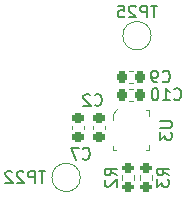
<source format=gbo>
G04 #@! TF.GenerationSoftware,KiCad,Pcbnew,8.0.4*
G04 #@! TF.CreationDate,2024-09-30T00:02:48+08:00*
G04 #@! TF.ProjectId,Transformer_Monitor_V1,5472616e-7366-46f7-926d-65725f4d6f6e,rev?*
G04 #@! TF.SameCoordinates,Original*
G04 #@! TF.FileFunction,Legend,Bot*
G04 #@! TF.FilePolarity,Positive*
%FSLAX46Y46*%
G04 Gerber Fmt 4.6, Leading zero omitted, Abs format (unit mm)*
G04 Created by KiCad (PCBNEW 8.0.4) date 2024-09-30 00:02:48*
%MOMM*%
%LPD*%
G01*
G04 APERTURE LIST*
G04 Aperture macros list*
%AMRoundRect*
0 Rectangle with rounded corners*
0 $1 Rounding radius*
0 $2 $3 $4 $5 $6 $7 $8 $9 X,Y pos of 4 corners*
0 Add a 4 corners polygon primitive as box body*
4,1,4,$2,$3,$4,$5,$6,$7,$8,$9,$2,$3,0*
0 Add four circle primitives for the rounded corners*
1,1,$1+$1,$2,$3*
1,1,$1+$1,$4,$5*
1,1,$1+$1,$6,$7*
1,1,$1+$1,$8,$9*
0 Add four rect primitives between the rounded corners*
20,1,$1+$1,$2,$3,$4,$5,0*
20,1,$1+$1,$4,$5,$6,$7,0*
20,1,$1+$1,$6,$7,$8,$9,0*
20,1,$1+$1,$8,$9,$2,$3,0*%
G04 Aperture macros list end*
%ADD10C,0.150000*%
%ADD11C,0.120000*%
%ADD12C,0.050000*%
%ADD13C,2.000000*%
%ADD14R,0.300000X0.925000*%
%ADD15R,0.800000X0.300000*%
%ADD16RoundRect,0.225000X-0.250000X0.225000X-0.250000X-0.225000X0.250000X-0.225000X0.250000X0.225000X0*%
%ADD17RoundRect,0.200000X-0.275000X0.200000X-0.275000X-0.200000X0.275000X-0.200000X0.275000X0.200000X0*%
%ADD18RoundRect,0.225000X0.225000X0.250000X-0.225000X0.250000X-0.225000X-0.250000X0.225000X-0.250000X0*%
G04 APERTURE END LIST*
D10*
X152238094Y-84456819D02*
X151666666Y-84456819D01*
X151952380Y-85456819D02*
X151952380Y-84456819D01*
X151333332Y-85456819D02*
X151333332Y-84456819D01*
X151333332Y-84456819D02*
X150952380Y-84456819D01*
X150952380Y-84456819D02*
X150857142Y-84504438D01*
X150857142Y-84504438D02*
X150809523Y-84552057D01*
X150809523Y-84552057D02*
X150761904Y-84647295D01*
X150761904Y-84647295D02*
X150761904Y-84790152D01*
X150761904Y-84790152D02*
X150809523Y-84885390D01*
X150809523Y-84885390D02*
X150857142Y-84933009D01*
X150857142Y-84933009D02*
X150952380Y-84980628D01*
X150952380Y-84980628D02*
X151333332Y-84980628D01*
X150380951Y-84552057D02*
X150333332Y-84504438D01*
X150333332Y-84504438D02*
X150238094Y-84456819D01*
X150238094Y-84456819D02*
X149999999Y-84456819D01*
X149999999Y-84456819D02*
X149904761Y-84504438D01*
X149904761Y-84504438D02*
X149857142Y-84552057D01*
X149857142Y-84552057D02*
X149809523Y-84647295D01*
X149809523Y-84647295D02*
X149809523Y-84742533D01*
X149809523Y-84742533D02*
X149857142Y-84885390D01*
X149857142Y-84885390D02*
X150428570Y-85456819D01*
X150428570Y-85456819D02*
X149809523Y-85456819D01*
X148904761Y-84456819D02*
X149380951Y-84456819D01*
X149380951Y-84456819D02*
X149428570Y-84933009D01*
X149428570Y-84933009D02*
X149380951Y-84885390D01*
X149380951Y-84885390D02*
X149285713Y-84837771D01*
X149285713Y-84837771D02*
X149047618Y-84837771D01*
X149047618Y-84837771D02*
X148952380Y-84885390D01*
X148952380Y-84885390D02*
X148904761Y-84933009D01*
X148904761Y-84933009D02*
X148857142Y-85028247D01*
X148857142Y-85028247D02*
X148857142Y-85266342D01*
X148857142Y-85266342D02*
X148904761Y-85361580D01*
X148904761Y-85361580D02*
X148952380Y-85409200D01*
X148952380Y-85409200D02*
X149047618Y-85456819D01*
X149047618Y-85456819D02*
X149285713Y-85456819D01*
X149285713Y-85456819D02*
X149380951Y-85409200D01*
X149380951Y-85409200D02*
X149428570Y-85361580D01*
X142738094Y-98454819D02*
X142166666Y-98454819D01*
X142452380Y-99454819D02*
X142452380Y-98454819D01*
X141833332Y-99454819D02*
X141833332Y-98454819D01*
X141833332Y-98454819D02*
X141452380Y-98454819D01*
X141452380Y-98454819D02*
X141357142Y-98502438D01*
X141357142Y-98502438D02*
X141309523Y-98550057D01*
X141309523Y-98550057D02*
X141261904Y-98645295D01*
X141261904Y-98645295D02*
X141261904Y-98788152D01*
X141261904Y-98788152D02*
X141309523Y-98883390D01*
X141309523Y-98883390D02*
X141357142Y-98931009D01*
X141357142Y-98931009D02*
X141452380Y-98978628D01*
X141452380Y-98978628D02*
X141833332Y-98978628D01*
X140880951Y-98550057D02*
X140833332Y-98502438D01*
X140833332Y-98502438D02*
X140738094Y-98454819D01*
X140738094Y-98454819D02*
X140499999Y-98454819D01*
X140499999Y-98454819D02*
X140404761Y-98502438D01*
X140404761Y-98502438D02*
X140357142Y-98550057D01*
X140357142Y-98550057D02*
X140309523Y-98645295D01*
X140309523Y-98645295D02*
X140309523Y-98740533D01*
X140309523Y-98740533D02*
X140357142Y-98883390D01*
X140357142Y-98883390D02*
X140928570Y-99454819D01*
X140928570Y-99454819D02*
X140309523Y-99454819D01*
X139928570Y-98550057D02*
X139880951Y-98502438D01*
X139880951Y-98502438D02*
X139785713Y-98454819D01*
X139785713Y-98454819D02*
X139547618Y-98454819D01*
X139547618Y-98454819D02*
X139452380Y-98502438D01*
X139452380Y-98502438D02*
X139404761Y-98550057D01*
X139404761Y-98550057D02*
X139357142Y-98645295D01*
X139357142Y-98645295D02*
X139357142Y-98740533D01*
X139357142Y-98740533D02*
X139404761Y-98883390D01*
X139404761Y-98883390D02*
X139976189Y-99454819D01*
X139976189Y-99454819D02*
X139357142Y-99454819D01*
X152454819Y-94238095D02*
X153264342Y-94238095D01*
X153264342Y-94238095D02*
X153359580Y-94285714D01*
X153359580Y-94285714D02*
X153407200Y-94333333D01*
X153407200Y-94333333D02*
X153454819Y-94428571D01*
X153454819Y-94428571D02*
X153454819Y-94619047D01*
X153454819Y-94619047D02*
X153407200Y-94714285D01*
X153407200Y-94714285D02*
X153359580Y-94761904D01*
X153359580Y-94761904D02*
X153264342Y-94809523D01*
X153264342Y-94809523D02*
X152454819Y-94809523D01*
X152454819Y-95190476D02*
X152454819Y-95809523D01*
X152454819Y-95809523D02*
X152835771Y-95476190D01*
X152835771Y-95476190D02*
X152835771Y-95619047D01*
X152835771Y-95619047D02*
X152883390Y-95714285D01*
X152883390Y-95714285D02*
X152931009Y-95761904D01*
X152931009Y-95761904D02*
X153026247Y-95809523D01*
X153026247Y-95809523D02*
X153264342Y-95809523D01*
X153264342Y-95809523D02*
X153359580Y-95761904D01*
X153359580Y-95761904D02*
X153407200Y-95714285D01*
X153407200Y-95714285D02*
X153454819Y-95619047D01*
X153454819Y-95619047D02*
X153454819Y-95333333D01*
X153454819Y-95333333D02*
X153407200Y-95238095D01*
X153407200Y-95238095D02*
X153359580Y-95190476D01*
X145910583Y-97392507D02*
X145958202Y-97440127D01*
X145958202Y-97440127D02*
X146101059Y-97487746D01*
X146101059Y-97487746D02*
X146196297Y-97487746D01*
X146196297Y-97487746D02*
X146339154Y-97440127D01*
X146339154Y-97440127D02*
X146434392Y-97344888D01*
X146434392Y-97344888D02*
X146482011Y-97249650D01*
X146482011Y-97249650D02*
X146529630Y-97059174D01*
X146529630Y-97059174D02*
X146529630Y-96916317D01*
X146529630Y-96916317D02*
X146482011Y-96725841D01*
X146482011Y-96725841D02*
X146434392Y-96630603D01*
X146434392Y-96630603D02*
X146339154Y-96535365D01*
X146339154Y-96535365D02*
X146196297Y-96487746D01*
X146196297Y-96487746D02*
X146101059Y-96487746D01*
X146101059Y-96487746D02*
X145958202Y-96535365D01*
X145958202Y-96535365D02*
X145910583Y-96582984D01*
X145577249Y-96487746D02*
X144910583Y-96487746D01*
X144910583Y-96487746D02*
X145339154Y-97487746D01*
X148774819Y-98833333D02*
X148298628Y-98500000D01*
X148774819Y-98261905D02*
X147774819Y-98261905D01*
X147774819Y-98261905D02*
X147774819Y-98642857D01*
X147774819Y-98642857D02*
X147822438Y-98738095D01*
X147822438Y-98738095D02*
X147870057Y-98785714D01*
X147870057Y-98785714D02*
X147965295Y-98833333D01*
X147965295Y-98833333D02*
X148108152Y-98833333D01*
X148108152Y-98833333D02*
X148203390Y-98785714D01*
X148203390Y-98785714D02*
X148251009Y-98738095D01*
X148251009Y-98738095D02*
X148298628Y-98642857D01*
X148298628Y-98642857D02*
X148298628Y-98261905D01*
X147870057Y-99214286D02*
X147822438Y-99261905D01*
X147822438Y-99261905D02*
X147774819Y-99357143D01*
X147774819Y-99357143D02*
X147774819Y-99595238D01*
X147774819Y-99595238D02*
X147822438Y-99690476D01*
X147822438Y-99690476D02*
X147870057Y-99738095D01*
X147870057Y-99738095D02*
X147965295Y-99785714D01*
X147965295Y-99785714D02*
X148060533Y-99785714D01*
X148060533Y-99785714D02*
X148203390Y-99738095D01*
X148203390Y-99738095D02*
X148774819Y-99166667D01*
X148774819Y-99166667D02*
X148774819Y-99785714D01*
X153642857Y-92359580D02*
X153690476Y-92407200D01*
X153690476Y-92407200D02*
X153833333Y-92454819D01*
X153833333Y-92454819D02*
X153928571Y-92454819D01*
X153928571Y-92454819D02*
X154071428Y-92407200D01*
X154071428Y-92407200D02*
X154166666Y-92311961D01*
X154166666Y-92311961D02*
X154214285Y-92216723D01*
X154214285Y-92216723D02*
X154261904Y-92026247D01*
X154261904Y-92026247D02*
X154261904Y-91883390D01*
X154261904Y-91883390D02*
X154214285Y-91692914D01*
X154214285Y-91692914D02*
X154166666Y-91597676D01*
X154166666Y-91597676D02*
X154071428Y-91502438D01*
X154071428Y-91502438D02*
X153928571Y-91454819D01*
X153928571Y-91454819D02*
X153833333Y-91454819D01*
X153833333Y-91454819D02*
X153690476Y-91502438D01*
X153690476Y-91502438D02*
X153642857Y-91550057D01*
X152690476Y-92454819D02*
X153261904Y-92454819D01*
X152976190Y-92454819D02*
X152976190Y-91454819D01*
X152976190Y-91454819D02*
X153071428Y-91597676D01*
X153071428Y-91597676D02*
X153166666Y-91692914D01*
X153166666Y-91692914D02*
X153261904Y-91740533D01*
X152071428Y-91454819D02*
X151976190Y-91454819D01*
X151976190Y-91454819D02*
X151880952Y-91502438D01*
X151880952Y-91502438D02*
X151833333Y-91550057D01*
X151833333Y-91550057D02*
X151785714Y-91645295D01*
X151785714Y-91645295D02*
X151738095Y-91835771D01*
X151738095Y-91835771D02*
X151738095Y-92073866D01*
X151738095Y-92073866D02*
X151785714Y-92264342D01*
X151785714Y-92264342D02*
X151833333Y-92359580D01*
X151833333Y-92359580D02*
X151880952Y-92407200D01*
X151880952Y-92407200D02*
X151976190Y-92454819D01*
X151976190Y-92454819D02*
X152071428Y-92454819D01*
X152071428Y-92454819D02*
X152166666Y-92407200D01*
X152166666Y-92407200D02*
X152214285Y-92359580D01*
X152214285Y-92359580D02*
X152261904Y-92264342D01*
X152261904Y-92264342D02*
X152309523Y-92073866D01*
X152309523Y-92073866D02*
X152309523Y-91835771D01*
X152309523Y-91835771D02*
X152261904Y-91645295D01*
X152261904Y-91645295D02*
X152214285Y-91550057D01*
X152214285Y-91550057D02*
X152166666Y-91502438D01*
X152166666Y-91502438D02*
X152071428Y-91454819D01*
X152666666Y-90859580D02*
X152714285Y-90907200D01*
X152714285Y-90907200D02*
X152857142Y-90954819D01*
X152857142Y-90954819D02*
X152952380Y-90954819D01*
X152952380Y-90954819D02*
X153095237Y-90907200D01*
X153095237Y-90907200D02*
X153190475Y-90811961D01*
X153190475Y-90811961D02*
X153238094Y-90716723D01*
X153238094Y-90716723D02*
X153285713Y-90526247D01*
X153285713Y-90526247D02*
X153285713Y-90383390D01*
X153285713Y-90383390D02*
X153238094Y-90192914D01*
X153238094Y-90192914D02*
X153190475Y-90097676D01*
X153190475Y-90097676D02*
X153095237Y-90002438D01*
X153095237Y-90002438D02*
X152952380Y-89954819D01*
X152952380Y-89954819D02*
X152857142Y-89954819D01*
X152857142Y-89954819D02*
X152714285Y-90002438D01*
X152714285Y-90002438D02*
X152666666Y-90050057D01*
X152190475Y-90954819D02*
X151999999Y-90954819D01*
X151999999Y-90954819D02*
X151904761Y-90907200D01*
X151904761Y-90907200D02*
X151857142Y-90859580D01*
X151857142Y-90859580D02*
X151761904Y-90716723D01*
X151761904Y-90716723D02*
X151714285Y-90526247D01*
X151714285Y-90526247D02*
X151714285Y-90145295D01*
X151714285Y-90145295D02*
X151761904Y-90050057D01*
X151761904Y-90050057D02*
X151809523Y-90002438D01*
X151809523Y-90002438D02*
X151904761Y-89954819D01*
X151904761Y-89954819D02*
X152095237Y-89954819D01*
X152095237Y-89954819D02*
X152190475Y-90002438D01*
X152190475Y-90002438D02*
X152238094Y-90050057D01*
X152238094Y-90050057D02*
X152285713Y-90145295D01*
X152285713Y-90145295D02*
X152285713Y-90383390D01*
X152285713Y-90383390D02*
X152238094Y-90478628D01*
X152238094Y-90478628D02*
X152190475Y-90526247D01*
X152190475Y-90526247D02*
X152095237Y-90573866D01*
X152095237Y-90573866D02*
X151904761Y-90573866D01*
X151904761Y-90573866D02*
X151809523Y-90526247D01*
X151809523Y-90526247D02*
X151761904Y-90478628D01*
X151761904Y-90478628D02*
X151714285Y-90383390D01*
X153204819Y-98833333D02*
X152728628Y-98500000D01*
X153204819Y-98261905D02*
X152204819Y-98261905D01*
X152204819Y-98261905D02*
X152204819Y-98642857D01*
X152204819Y-98642857D02*
X152252438Y-98738095D01*
X152252438Y-98738095D02*
X152300057Y-98785714D01*
X152300057Y-98785714D02*
X152395295Y-98833333D01*
X152395295Y-98833333D02*
X152538152Y-98833333D01*
X152538152Y-98833333D02*
X152633390Y-98785714D01*
X152633390Y-98785714D02*
X152681009Y-98738095D01*
X152681009Y-98738095D02*
X152728628Y-98642857D01*
X152728628Y-98642857D02*
X152728628Y-98261905D01*
X152204819Y-99166667D02*
X152204819Y-99785714D01*
X152204819Y-99785714D02*
X152585771Y-99452381D01*
X152585771Y-99452381D02*
X152585771Y-99595238D01*
X152585771Y-99595238D02*
X152633390Y-99690476D01*
X152633390Y-99690476D02*
X152681009Y-99738095D01*
X152681009Y-99738095D02*
X152776247Y-99785714D01*
X152776247Y-99785714D02*
X153014342Y-99785714D01*
X153014342Y-99785714D02*
X153109580Y-99738095D01*
X153109580Y-99738095D02*
X153157200Y-99690476D01*
X153157200Y-99690476D02*
X153204819Y-99595238D01*
X153204819Y-99595238D02*
X153204819Y-99309524D01*
X153204819Y-99309524D02*
X153157200Y-99214286D01*
X153157200Y-99214286D02*
X153109580Y-99166667D01*
X146916666Y-92859580D02*
X146964285Y-92907200D01*
X146964285Y-92907200D02*
X147107142Y-92954819D01*
X147107142Y-92954819D02*
X147202380Y-92954819D01*
X147202380Y-92954819D02*
X147345237Y-92907200D01*
X147345237Y-92907200D02*
X147440475Y-92811961D01*
X147440475Y-92811961D02*
X147488094Y-92716723D01*
X147488094Y-92716723D02*
X147535713Y-92526247D01*
X147535713Y-92526247D02*
X147535713Y-92383390D01*
X147535713Y-92383390D02*
X147488094Y-92192914D01*
X147488094Y-92192914D02*
X147440475Y-92097676D01*
X147440475Y-92097676D02*
X147345237Y-92002438D01*
X147345237Y-92002438D02*
X147202380Y-91954819D01*
X147202380Y-91954819D02*
X147107142Y-91954819D01*
X147107142Y-91954819D02*
X146964285Y-92002438D01*
X146964285Y-92002438D02*
X146916666Y-92050057D01*
X146535713Y-92050057D02*
X146488094Y-92002438D01*
X146488094Y-92002438D02*
X146392856Y-91954819D01*
X146392856Y-91954819D02*
X146154761Y-91954819D01*
X146154761Y-91954819D02*
X146059523Y-92002438D01*
X146059523Y-92002438D02*
X146011904Y-92050057D01*
X146011904Y-92050057D02*
X145964285Y-92145295D01*
X145964285Y-92145295D02*
X145964285Y-92240533D01*
X145964285Y-92240533D02*
X146011904Y-92383390D01*
X146011904Y-92383390D02*
X146583332Y-92954819D01*
X146583332Y-92954819D02*
X145964285Y-92954819D01*
D11*
X151700000Y-87000000D02*
G75*
G02*
X149300000Y-87000000I-1200000J0D01*
G01*
X149300000Y-87000000D02*
G75*
G02*
X151700000Y-87000000I1200000J0D01*
G01*
X145700000Y-99000000D02*
G75*
G02*
X143300000Y-99000000I-1200000J0D01*
G01*
X143300000Y-99000000D02*
G75*
G02*
X145700000Y-99000000I1200000J0D01*
G01*
D12*
X148450000Y-93600000D02*
X148450000Y-94100000D01*
X148450000Y-96700000D02*
X148450000Y-96300000D01*
X148750000Y-93300000D02*
X148450000Y-93600000D01*
X148750000Y-96700000D02*
X148450000Y-96700000D01*
X148800000Y-93200000D02*
X148800000Y-93300000D01*
X148800000Y-93300000D02*
X148750000Y-93300000D01*
X151550000Y-93300000D02*
X151300000Y-93300000D01*
X151550000Y-93800000D02*
X151550000Y-93300000D01*
X151550000Y-96250000D02*
X151550000Y-96700000D01*
X151550000Y-96700000D02*
X151250000Y-96700000D01*
D11*
X144990000Y-94915580D02*
X144990000Y-94634420D01*
X146010000Y-94915580D02*
X146010000Y-94634420D01*
X149227500Y-99237258D02*
X149227500Y-98762742D01*
X150272500Y-99237258D02*
X150272500Y-98762742D01*
X149859420Y-91490000D02*
X150140580Y-91490000D01*
X149859420Y-92510000D02*
X150140580Y-92510000D01*
X149859420Y-89990000D02*
X150140580Y-89990000D01*
X149859420Y-91010000D02*
X150140580Y-91010000D01*
X150727500Y-99237258D02*
X150727500Y-98762742D01*
X151772500Y-99237258D02*
X151772500Y-98762742D01*
X146740000Y-94915580D02*
X146740000Y-94634420D01*
X147760000Y-94915580D02*
X147760000Y-94634420D01*
%LPC*%
D13*
X150500000Y-87000000D03*
X144500000Y-99000000D03*
D14*
X149000000Y-93712500D03*
X149500000Y-93712500D03*
X150000000Y-93712500D03*
X150500000Y-93712500D03*
X151000000Y-93712500D03*
D15*
X151275000Y-94500000D03*
X151275000Y-95000000D03*
X151275000Y-95500000D03*
D14*
X151000000Y-96287500D03*
X150500000Y-96287500D03*
X150000000Y-96287500D03*
X149500000Y-96287500D03*
X149000000Y-96287500D03*
D15*
X148725000Y-95500000D03*
X148725000Y-95000000D03*
X148725000Y-94500000D03*
D16*
X145500000Y-94000000D03*
X145500000Y-95550000D03*
D17*
X149750000Y-98175000D03*
X149750000Y-99825000D03*
D18*
X150775000Y-92000000D03*
X149225000Y-92000000D03*
X150775000Y-90500000D03*
X149225000Y-90500000D03*
D17*
X151250000Y-98175000D03*
X151250000Y-99825000D03*
D16*
X147250000Y-94000000D03*
X147250000Y-95550000D03*
%LPD*%
M02*

</source>
